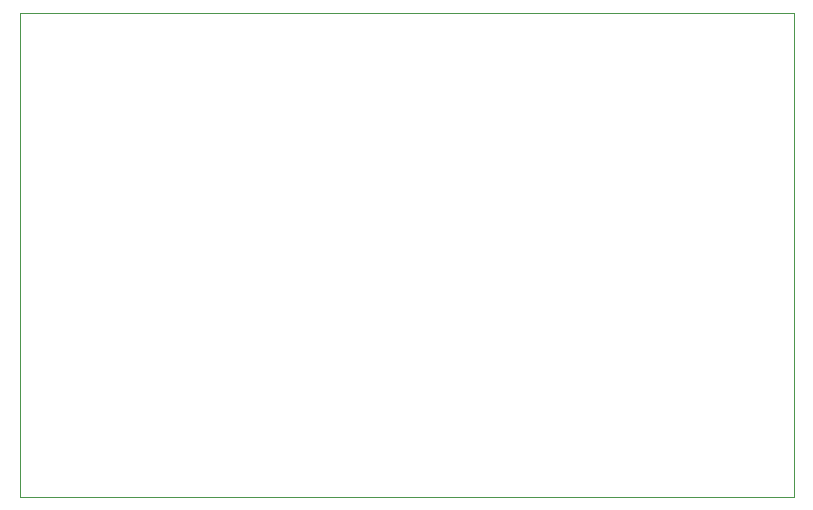
<source format=gbr>
%TF.GenerationSoftware,KiCad,Pcbnew,7.0.5*%
%TF.CreationDate,2023-08-16T19:13:53+03:00*%
%TF.ProjectId,lamps,6c616d70-732e-46b6-9963-61645f706362,rev?*%
%TF.SameCoordinates,Original*%
%TF.FileFunction,Profile,NP*%
%FSLAX46Y46*%
G04 Gerber Fmt 4.6, Leading zero omitted, Abs format (unit mm)*
G04 Created by KiCad (PCBNEW 7.0.5) date 2023-08-16 19:13:53*
%MOMM*%
%LPD*%
G01*
G04 APERTURE LIST*
%TA.AperFunction,Profile*%
%ADD10C,0.100000*%
%TD*%
G04 APERTURE END LIST*
D10*
X68500000Y-57500000D02*
X134000000Y-57500000D01*
X134000000Y-98500000D01*
X68500000Y-98500000D01*
X68500000Y-57500000D01*
M02*

</source>
